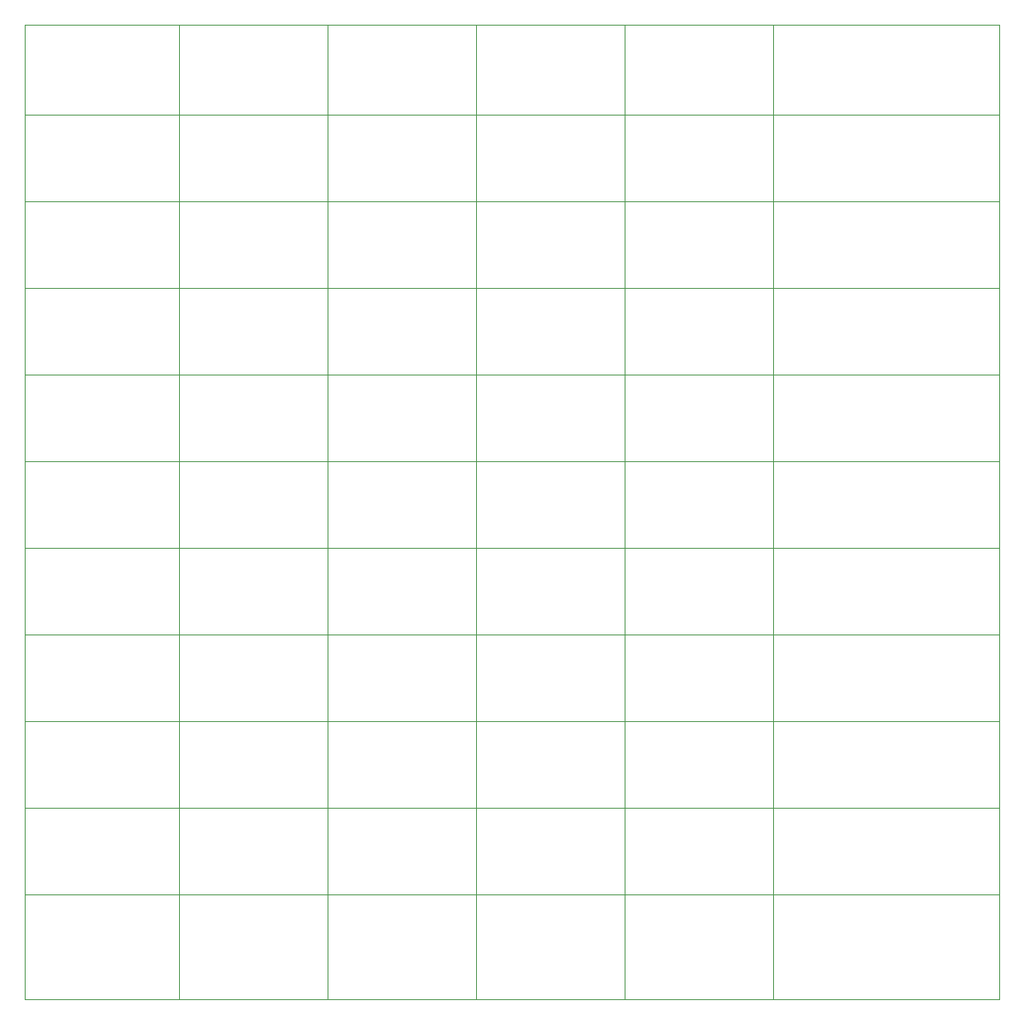
<source format=gbr>
G04 #@! TF.GenerationSoftware,KiCad,Pcbnew,(5.1.5-rc2)*
G04 #@! TF.CreationDate,2020-01-23T18:41:28+08:00*
G04 #@! TF.ProjectId,Untitled,556e7469-746c-4656-942e-6b696361645f,rev?*
G04 #@! TF.SameCoordinates,Original*
G04 #@! TF.FileFunction,Profile,NP*
%FSLAX46Y46*%
G04 Gerber Fmt 4.6, Leading zero omitted, Abs format (unit mm)*
G04 Created by KiCad (PCBNEW (5.1.5-rc2)) date 2020-01-23 18:41:28*
%MOMM*%
%LPD*%
G04 APERTURE LIST*
%ADD10C,0.050000*%
G04 APERTURE END LIST*
D10*
X181835000Y-155000000D02*
X181835000Y-55000000D01*
X166595000Y-155000000D02*
X166595000Y-55000000D01*
X151355000Y-155000000D02*
X151355000Y-55000000D01*
X136115000Y-155000000D02*
X136115000Y-55000000D01*
X120875000Y-155000000D02*
X120875000Y-55000000D01*
X105000000Y-64195000D02*
X205000000Y-64195000D01*
X105000000Y-73085000D02*
X205000000Y-73085000D01*
X105000000Y-81975000D02*
X205000000Y-81975000D01*
X105000000Y-90865000D02*
X205000000Y-90865000D01*
X105000000Y-99755000D02*
X205000000Y-99755000D01*
X105000000Y-108645000D02*
X205000000Y-108645000D01*
X105000000Y-117535000D02*
X205000000Y-117535000D01*
X105000000Y-126425000D02*
X205000000Y-126425000D01*
X105000000Y-135315000D02*
X205000000Y-135315000D01*
X105000000Y-144205000D02*
X205000000Y-144205000D01*
X205000000Y-155000000D02*
X205000000Y-55000000D01*
X105000000Y-155000000D02*
X205000000Y-155000000D01*
X105000000Y-155000000D02*
X105000000Y-55000000D01*
X105000000Y-55000000D02*
X205000000Y-55000000D01*
M02*

</source>
